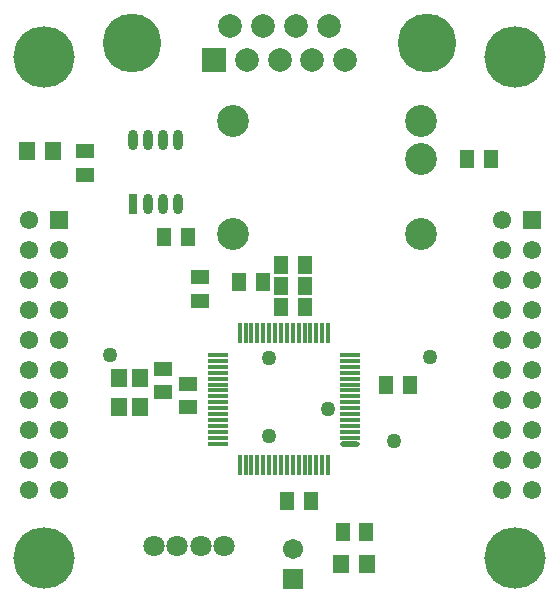
<source format=gts>
%FSLAX25Y25*%
%MOIN*%
G70*
G01*
G75*
G04 Layer_Color=8388736*
%ADD10R,0.05118X0.03937*%
%ADD11R,0.04724X0.05512*%
%ADD12R,0.04724X0.05512*%
%ADD13R,0.02362X0.06102*%
%ADD14O,0.02362X0.06102*%
%ADD15R,0.03937X0.05118*%
%ADD16R,0.04724X0.05118*%
%ADD17R,0.00984X0.05709*%
%ADD18R,0.05709X0.00984*%
%ADD19O,0.05709X0.00984*%
%ADD20C,0.01000*%
%ADD21C,0.02000*%
%ADD22C,0.05000*%
%ADD23C,0.09843*%
%ADD24R,0.05906X0.05906*%
%ADD25C,0.05906*%
%ADD26C,0.07087*%
%ADD27R,0.07087X0.07087*%
%ADD28C,0.18740*%
%ADD29C,0.06299*%
%ADD30C,0.05315*%
%ADD31R,0.05315X0.05315*%
%ADD32C,0.05000*%
%ADD33C,0.19685*%
%ADD34R,0.10827X0.08071*%
%ADD35R,0.07717X0.08032*%
%ADD36R,0.03543X0.08465*%
%ADD37R,0.03543X0.08465*%
%ADD38R,0.12795X0.12402*%
%ADD39R,0.09449X0.12992*%
%ADD40R,0.13780X0.10236*%
%ADD41C,0.03500*%
%ADD42C,0.00787*%
%ADD43R,0.05918X0.04737*%
%ADD44R,0.05524X0.06312*%
%ADD45R,0.05524X0.06312*%
%ADD46R,0.03162X0.06902*%
%ADD47O,0.03162X0.06902*%
%ADD48R,0.04737X0.05918*%
%ADD49R,0.05524X0.05918*%
%ADD50R,0.01784X0.06509*%
%ADD51R,0.06509X0.01784*%
%ADD52O,0.06509X0.01784*%
%ADD53C,0.10642*%
%ADD54R,0.06706X0.06706*%
%ADD55C,0.06706*%
%ADD56C,0.07887*%
%ADD57R,0.07887X0.07887*%
%ADD58C,0.19540*%
%ADD59C,0.07099*%
%ADD60C,0.06115*%
%ADD61R,0.06115X0.06115*%
%ADD62C,0.20485*%
D32*
X664000Y470000D02*
D03*
X717500Y470500D02*
D03*
X705500Y442500D02*
D03*
X611000Y471000D02*
D03*
X683500Y453000D02*
D03*
X664000Y444000D02*
D03*
D43*
X637000Y461437D02*
D03*
Y453563D02*
D03*
X628500Y458563D02*
D03*
Y466437D02*
D03*
X602500Y538937D02*
D03*
Y531063D02*
D03*
X641000Y496937D02*
D03*
Y489063D02*
D03*
D44*
X621043Y463421D02*
D03*
X613957Y453579D02*
D03*
X621043D02*
D03*
D45*
X613957Y463421D02*
D03*
D46*
X618500Y521370D02*
D03*
D47*
X623500D02*
D03*
X628500D02*
D03*
X633500D02*
D03*
X618500Y542630D02*
D03*
X623500D02*
D03*
X628500D02*
D03*
X633500D02*
D03*
D48*
X737937Y536500D02*
D03*
X730063D02*
D03*
X688563Y412000D02*
D03*
X696437D02*
D03*
X675937Y501000D02*
D03*
X668063D02*
D03*
Y494000D02*
D03*
X675937D02*
D03*
Y487000D02*
D03*
X668063D02*
D03*
X661937Y495500D02*
D03*
X654063D02*
D03*
X636937Y510500D02*
D03*
X629063D02*
D03*
X703063Y461000D02*
D03*
X710937D02*
D03*
X677937Y422500D02*
D03*
X670063D02*
D03*
D49*
X688106Y401500D02*
D03*
X696768D02*
D03*
X583232Y539000D02*
D03*
X591894D02*
D03*
D50*
X683716Y434216D02*
D03*
X681748D02*
D03*
X679779D02*
D03*
X677811D02*
D03*
X675843D02*
D03*
X673874D02*
D03*
X671906D02*
D03*
X669937D02*
D03*
X667969D02*
D03*
X666000D02*
D03*
X664032D02*
D03*
X662063D02*
D03*
X660094D02*
D03*
X658126D02*
D03*
X656157D02*
D03*
X654189D02*
D03*
Y478311D02*
D03*
X656157D02*
D03*
X658126D02*
D03*
X660094D02*
D03*
X662063D02*
D03*
X664032D02*
D03*
X666000D02*
D03*
X667969D02*
D03*
X669937D02*
D03*
X671906D02*
D03*
X673874D02*
D03*
X675843D02*
D03*
X677811D02*
D03*
X679779D02*
D03*
X681748D02*
D03*
X683716D02*
D03*
D51*
X646906Y441500D02*
D03*
Y443469D02*
D03*
Y445437D02*
D03*
Y447405D02*
D03*
Y449374D02*
D03*
Y451342D02*
D03*
Y453311D02*
D03*
Y455279D02*
D03*
Y457248D02*
D03*
Y459216D02*
D03*
Y461185D02*
D03*
Y463154D02*
D03*
Y465122D02*
D03*
Y467091D02*
D03*
Y469059D02*
D03*
Y471028D02*
D03*
X691000D02*
D03*
Y469059D02*
D03*
Y467091D02*
D03*
Y465122D02*
D03*
Y463154D02*
D03*
Y461185D02*
D03*
Y459216D02*
D03*
Y457248D02*
D03*
Y455279D02*
D03*
Y453311D02*
D03*
Y451342D02*
D03*
Y449374D02*
D03*
Y447405D02*
D03*
Y445437D02*
D03*
Y443469D02*
D03*
D52*
Y441500D02*
D03*
D53*
X714500Y511500D02*
D03*
Y536500D02*
D03*
Y549020D02*
D03*
X651980Y549020D02*
D03*
Y511500D02*
D03*
D54*
X672000Y396500D02*
D03*
D55*
Y406500D02*
D03*
D56*
X689311Y569410D02*
D03*
X683858Y580591D02*
D03*
X678406Y569410D02*
D03*
X672953Y580591D02*
D03*
X667500Y569410D02*
D03*
X662047Y580591D02*
D03*
X656595Y569410D02*
D03*
X651142Y580591D02*
D03*
D57*
X645689Y569410D02*
D03*
D58*
X618307Y575000D02*
D03*
X716693D02*
D03*
D59*
X625500Y407500D02*
D03*
X633374D02*
D03*
X641248D02*
D03*
X649122D02*
D03*
D60*
X751500Y466000D02*
D03*
X741500D02*
D03*
X751500Y456000D02*
D03*
X741500D02*
D03*
X751500Y446000D02*
D03*
X741500D02*
D03*
X751500Y436000D02*
D03*
X741500D02*
D03*
X751500Y426000D02*
D03*
X741500D02*
D03*
Y516000D02*
D03*
X751500Y506000D02*
D03*
X741500D02*
D03*
X751500Y496000D02*
D03*
X741500D02*
D03*
X751500Y486000D02*
D03*
X741500D02*
D03*
X751500Y476000D02*
D03*
X741500D02*
D03*
X594000Y466000D02*
D03*
X584000D02*
D03*
X594000Y456000D02*
D03*
X584000D02*
D03*
X594000Y446000D02*
D03*
X584000D02*
D03*
X594000Y436000D02*
D03*
X584000D02*
D03*
X594000Y426000D02*
D03*
X584000D02*
D03*
Y516000D02*
D03*
X594000Y506000D02*
D03*
X584000D02*
D03*
X594000Y496000D02*
D03*
X584000D02*
D03*
X594000Y486000D02*
D03*
X584000D02*
D03*
X594000Y476000D02*
D03*
X584000D02*
D03*
D61*
X751500Y516000D02*
D03*
X594000D02*
D03*
D62*
X746000Y570500D02*
D03*
X589000D02*
D03*
Y403500D02*
D03*
X746000D02*
D03*
M02*

</source>
